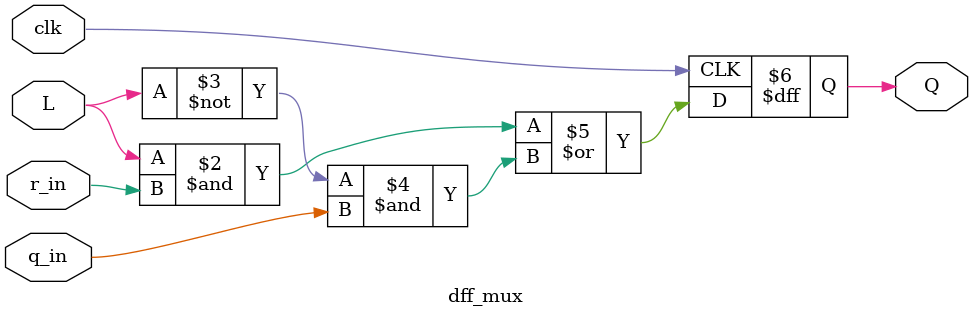
<source format=sv>
module top_module (
    input logic [2:0] SW,      // R
    input logic [1:0] KEY,     // L and clk
    output logic [2:0] LEDR    // Q
);

    dff_mux d0( .clk(KEY[0]), .L(KEY[1]), .r_in(SW[0]), .q_in(LEDR[2]), .Q(LEDR[0]) );
    dff_mux d1( .clk(KEY[0]), .L(KEY[1]), .r_in(SW[1]), .q_in(LEDR[0]), .Q(LEDR[1]) );
    dff_mux d2( .clk(KEY[0]), .L(KEY[1]), .r_in(SW[2]), .q_in(LEDR[1] ^ LEDR[2]), .Q(LEDR[2]) );

endmodule

module dff_mux (
    input logic clk,
    input logic L,      // Selection pin
    input logic r_in,   // Mux = 1
    input logic q_in,   // Mux = 0
    output logic Q
);

    always_ff @(posedge clk) begin
        Q <= (L & r_in) | (~L & q_in);
    end

endmodule
</source>
